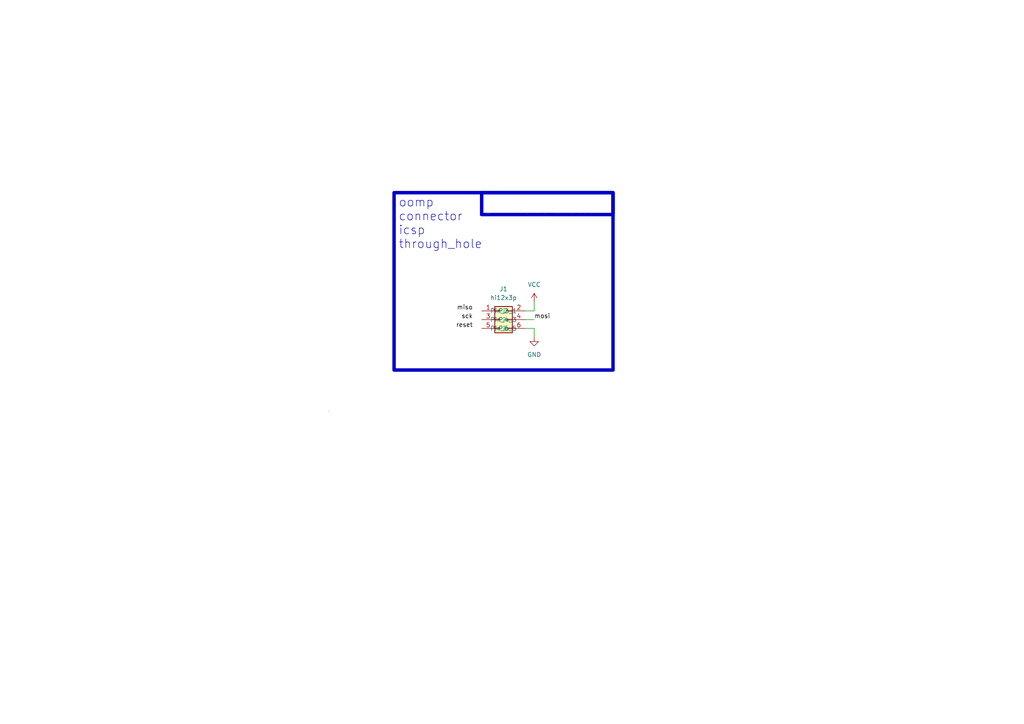
<source format=kicad_sch>
(kicad_sch (version 20230121) (generator eeschema)
  (paper "A4")
  (lib_symbols
    (symbol "oomlout_oomp_part_symbols:hi12x3p_electronic_header_2d54_mm_dual_row_2x3_dual_row_6_pin" (pin_names (offset 1.016))
      (property "Reference" "J" (at 1.27 5.08 0))
      (property "Value" "hi12x3p_electronic_header_2d54_mm_dual_row_2x3_dual_row_6_pin" (at 1.27 -5.08 0))
      (symbol "hi12x3p_electronic_header_2d54_mm_dual_row_2x3_dual_row_6_pin_1_1"
        (rectangle (start -1.27 -2.413) (end 0 -2.667) (stroke (width 0.1524)))
        (rectangle (start -1.27 0.127) (end 0 -0.127) (stroke (width 0.1524)))
        (rectangle (start -1.27 2.667) (end 0 2.413) (stroke (width 0.1524)))
        (rectangle (start -1.27 3.81) (end 3.81 -3.81) (stroke (width 0.254)) (fill (type background)))
        (rectangle (start 3.81 -2.413) (end 2.54 -2.667) (stroke (width 0.1524)))
        (rectangle (start 3.81 0.127) (end 2.54 -0.127) (stroke (width 0.1524)))
        (rectangle (start 3.81 2.667) (end 2.54 2.413) (stroke (width 0.1524)))
        (pin passive line (at -5.08 2.54 0) (length 3.81) (name "Pin_1") (number "1"))
        (pin passive line (at 7.62 2.54 180) (length 3.81) (name "Pin_2") (number "2"))
        (pin passive line (at -5.08 0 0) (length 3.81) (name "Pin_3") (number "3"))
        (pin passive line (at 7.62 0 180) (length 3.81) (name "Pin_4") (number "4"))
        (pin passive line (at -5.08 -2.54 0) (length 3.81) (name "Pin_5") (number "5"))
        (pin passive line (at 7.62 -2.54 180) (length 3.81) (name "Pin_6") (number "6"))
      )
    )
    (symbol "power:GND" (power) (pin_names (offset 0))
      (property "Value" "GND" (at 0 -3.81 0))
      (symbol "GND_0_1"
        (polyline (pts (xy 0 0) (xy 0 -1.27) (xy 1.27 -1.27) (xy 0 -2.54) (xy -1.27 -1.27) (xy 0 -1.27)))
      )
      (symbol "GND_1_1"
        (pin power_in line (at 0 0 270) (length 0) hide (name "GND") (number "1"))
      )
    )
    (symbol "power:VCC" (power) (pin_names (offset 0))
      (property "Value" "VCC" (at 0 3.81 0))
      (symbol "VCC_0_1"
        (polyline (pts (xy -0.762 1.27) (xy 0 2.54)))
        (polyline (pts (xy 0 0) (xy 0 2.54)))
        (polyline (pts (xy 0 2.54) (xy 0.762 1.27)))
      )
      (symbol "VCC_1_1"
        (pin power_in line (at 0 0 90) (length 0) hide (name "VCC") (number "1"))
      )
    )
  )
  (wire (pts (xy 152.4 95.25) (xy 154.94 95.25)))
  (wire (pts (xy 154.94 95.25) (xy 154.94 97.79)))
  (wire (pts (xy 154.94 90.17) (xy 154.94 87.63)))
  (wire (pts (xy 152.4 92.71) (xy 154.94 92.71)))
  (wire (pts (xy 152.4 90.17) (xy 154.94 90.17)))
  (rectangle (start 139.7 55.88) (end 177.8 62.23) (stroke (width 1)) (fill (type color)))
  (rectangle (start 95.25 119.38) (end 95.25 119.38))
  (rectangle (start 114.3 55.88) (end 177.8 107.3262) (stroke (width 1)))
  (text "oomp\nconnector\nicsp\nthrough_hole\n" (at 115.57 72.39 0) (effects (font (size 2.5 2.5)) (justify left bottom)))
  (text "name" (at 142.24 62.23 90) (effects (font (size 1.27 1.27) (thickness 0.254) bold) (justify left bottom)))
  (text "icsp_con" (at 176.53 62.23 0) (effects (font (size 4 4) (thickness 0.8) bold) (justify right bottom)))
  (label "miso" (at 137.16 90.17 180))
  (label "sck" (at 137.16 92.71 180))
  (label "reset" (at 137.16 95.25 180))
  (label "mosi" (at 154.94 92.71 0))
  (symbol (lib_id "power:GND") (at 154.94 97.79 0) (unit 1)
    (property "Reference" "#PWR02" (effects hide))
    (property "Value" "GND" (at 154.94 102.87 0))
  )
  (symbol (lib_id "power:VCC") (at 154.94 87.63 0) (unit 1)
    (property "Reference" "#PWR01" (effects hide))
    (property "Value" "VCC" (at 154.94 82.55 0))
  )
  (symbol (lib_id "oomlout_oomp_part_symbols:hi12x3p_electronic_header_2d54_mm_dual_row_2x3_dual_row_6_pin") (at 144.78 92.71 0) (unit 1)
    (property "Reference" "J1" (at 146.05 83.82 0))
    (property "Value" "hi12x3p" (at 146.05 86.36 0))
    (property "Footprint" "hi12x3p_electronic_header_2d54_mm_dual_row_2x3_dual_row_6_pin" (effects hide))
    (property "Datasheet" "https://github.com/oomlout/oomlout_oomp_v3/parts/electronic_header_2d54_mm_dual_row_2x3_dual_row_6_pin/datasheet.pdf" (effects hide))
  )
)
</source>
